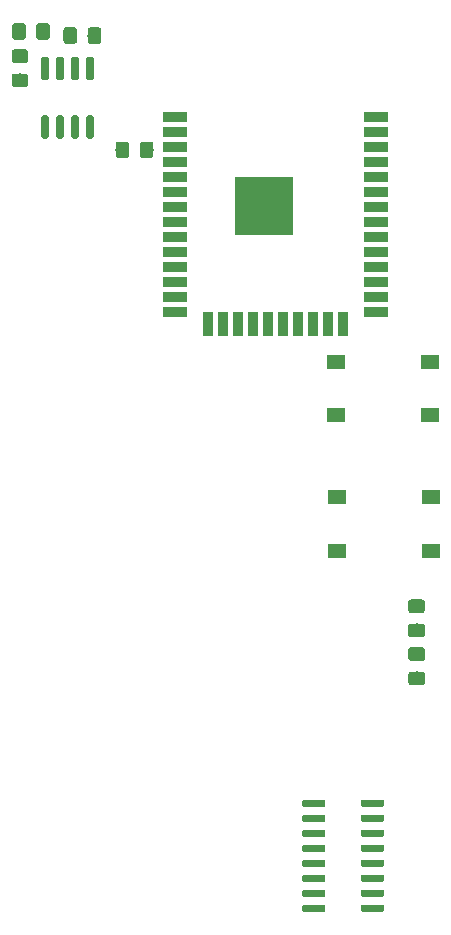
<source format=gbr>
G04 #@! TF.GenerationSoftware,KiCad,Pcbnew,(5.1.2-1)-1*
G04 #@! TF.CreationDate,2023-08-23T14:56:14-04:00*
G04 #@! TF.ProjectId,ESP32_AudioBoard_Rev2,45535033-325f-4417-9564-696f426f6172,rev?*
G04 #@! TF.SameCoordinates,Original*
G04 #@! TF.FileFunction,Paste,Top*
G04 #@! TF.FilePolarity,Positive*
%FSLAX46Y46*%
G04 Gerber Fmt 4.6, Leading zero omitted, Abs format (unit mm)*
G04 Created by KiCad (PCBNEW (5.1.2-1)-1) date 2023-08-23 14:56:14*
%MOMM*%
%LPD*%
G04 APERTURE LIST*
%ADD10C,0.150000*%
%ADD11C,0.600000*%
%ADD12C,1.150000*%
%ADD13R,1.550000X1.300000*%
%ADD14R,5.000000X5.000000*%
%ADD15R,2.000000X0.900000*%
%ADD16R,0.900000X2.000000*%
G04 APERTURE END LIST*
D10*
G36*
X18789703Y-34800722D02*
G01*
X18804264Y-34802882D01*
X18818543Y-34806459D01*
X18832403Y-34811418D01*
X18845710Y-34817712D01*
X18858336Y-34825280D01*
X18870159Y-34834048D01*
X18881066Y-34843934D01*
X18890952Y-34854841D01*
X18899720Y-34866664D01*
X18907288Y-34879290D01*
X18913582Y-34892597D01*
X18918541Y-34906457D01*
X18922118Y-34920736D01*
X18924278Y-34935297D01*
X18925000Y-34950000D01*
X18925000Y-36600000D01*
X18924278Y-36614703D01*
X18922118Y-36629264D01*
X18918541Y-36643543D01*
X18913582Y-36657403D01*
X18907288Y-36670710D01*
X18899720Y-36683336D01*
X18890952Y-36695159D01*
X18881066Y-36706066D01*
X18870159Y-36715952D01*
X18858336Y-36724720D01*
X18845710Y-36732288D01*
X18832403Y-36738582D01*
X18818543Y-36743541D01*
X18804264Y-36747118D01*
X18789703Y-36749278D01*
X18775000Y-36750000D01*
X18475000Y-36750000D01*
X18460297Y-36749278D01*
X18445736Y-36747118D01*
X18431457Y-36743541D01*
X18417597Y-36738582D01*
X18404290Y-36732288D01*
X18391664Y-36724720D01*
X18379841Y-36715952D01*
X18368934Y-36706066D01*
X18359048Y-36695159D01*
X18350280Y-36683336D01*
X18342712Y-36670710D01*
X18336418Y-36657403D01*
X18331459Y-36643543D01*
X18327882Y-36629264D01*
X18325722Y-36614703D01*
X18325000Y-36600000D01*
X18325000Y-34950000D01*
X18325722Y-34935297D01*
X18327882Y-34920736D01*
X18331459Y-34906457D01*
X18336418Y-34892597D01*
X18342712Y-34879290D01*
X18350280Y-34866664D01*
X18359048Y-34854841D01*
X18368934Y-34843934D01*
X18379841Y-34834048D01*
X18391664Y-34825280D01*
X18404290Y-34817712D01*
X18417597Y-34811418D01*
X18431457Y-34806459D01*
X18445736Y-34802882D01*
X18460297Y-34800722D01*
X18475000Y-34800000D01*
X18775000Y-34800000D01*
X18789703Y-34800722D01*
X18789703Y-34800722D01*
G37*
D11*
X18625000Y-35775000D03*
D10*
G36*
X20059703Y-34800722D02*
G01*
X20074264Y-34802882D01*
X20088543Y-34806459D01*
X20102403Y-34811418D01*
X20115710Y-34817712D01*
X20128336Y-34825280D01*
X20140159Y-34834048D01*
X20151066Y-34843934D01*
X20160952Y-34854841D01*
X20169720Y-34866664D01*
X20177288Y-34879290D01*
X20183582Y-34892597D01*
X20188541Y-34906457D01*
X20192118Y-34920736D01*
X20194278Y-34935297D01*
X20195000Y-34950000D01*
X20195000Y-36600000D01*
X20194278Y-36614703D01*
X20192118Y-36629264D01*
X20188541Y-36643543D01*
X20183582Y-36657403D01*
X20177288Y-36670710D01*
X20169720Y-36683336D01*
X20160952Y-36695159D01*
X20151066Y-36706066D01*
X20140159Y-36715952D01*
X20128336Y-36724720D01*
X20115710Y-36732288D01*
X20102403Y-36738582D01*
X20088543Y-36743541D01*
X20074264Y-36747118D01*
X20059703Y-36749278D01*
X20045000Y-36750000D01*
X19745000Y-36750000D01*
X19730297Y-36749278D01*
X19715736Y-36747118D01*
X19701457Y-36743541D01*
X19687597Y-36738582D01*
X19674290Y-36732288D01*
X19661664Y-36724720D01*
X19649841Y-36715952D01*
X19638934Y-36706066D01*
X19629048Y-36695159D01*
X19620280Y-36683336D01*
X19612712Y-36670710D01*
X19606418Y-36657403D01*
X19601459Y-36643543D01*
X19597882Y-36629264D01*
X19595722Y-36614703D01*
X19595000Y-36600000D01*
X19595000Y-34950000D01*
X19595722Y-34935297D01*
X19597882Y-34920736D01*
X19601459Y-34906457D01*
X19606418Y-34892597D01*
X19612712Y-34879290D01*
X19620280Y-34866664D01*
X19629048Y-34854841D01*
X19638934Y-34843934D01*
X19649841Y-34834048D01*
X19661664Y-34825280D01*
X19674290Y-34817712D01*
X19687597Y-34811418D01*
X19701457Y-34806459D01*
X19715736Y-34802882D01*
X19730297Y-34800722D01*
X19745000Y-34800000D01*
X20045000Y-34800000D01*
X20059703Y-34800722D01*
X20059703Y-34800722D01*
G37*
D11*
X19895000Y-35775000D03*
D10*
G36*
X21329703Y-34800722D02*
G01*
X21344264Y-34802882D01*
X21358543Y-34806459D01*
X21372403Y-34811418D01*
X21385710Y-34817712D01*
X21398336Y-34825280D01*
X21410159Y-34834048D01*
X21421066Y-34843934D01*
X21430952Y-34854841D01*
X21439720Y-34866664D01*
X21447288Y-34879290D01*
X21453582Y-34892597D01*
X21458541Y-34906457D01*
X21462118Y-34920736D01*
X21464278Y-34935297D01*
X21465000Y-34950000D01*
X21465000Y-36600000D01*
X21464278Y-36614703D01*
X21462118Y-36629264D01*
X21458541Y-36643543D01*
X21453582Y-36657403D01*
X21447288Y-36670710D01*
X21439720Y-36683336D01*
X21430952Y-36695159D01*
X21421066Y-36706066D01*
X21410159Y-36715952D01*
X21398336Y-36724720D01*
X21385710Y-36732288D01*
X21372403Y-36738582D01*
X21358543Y-36743541D01*
X21344264Y-36747118D01*
X21329703Y-36749278D01*
X21315000Y-36750000D01*
X21015000Y-36750000D01*
X21000297Y-36749278D01*
X20985736Y-36747118D01*
X20971457Y-36743541D01*
X20957597Y-36738582D01*
X20944290Y-36732288D01*
X20931664Y-36724720D01*
X20919841Y-36715952D01*
X20908934Y-36706066D01*
X20899048Y-36695159D01*
X20890280Y-36683336D01*
X20882712Y-36670710D01*
X20876418Y-36657403D01*
X20871459Y-36643543D01*
X20867882Y-36629264D01*
X20865722Y-36614703D01*
X20865000Y-36600000D01*
X20865000Y-34950000D01*
X20865722Y-34935297D01*
X20867882Y-34920736D01*
X20871459Y-34906457D01*
X20876418Y-34892597D01*
X20882712Y-34879290D01*
X20890280Y-34866664D01*
X20899048Y-34854841D01*
X20908934Y-34843934D01*
X20919841Y-34834048D01*
X20931664Y-34825280D01*
X20944290Y-34817712D01*
X20957597Y-34811418D01*
X20971457Y-34806459D01*
X20985736Y-34802882D01*
X21000297Y-34800722D01*
X21015000Y-34800000D01*
X21315000Y-34800000D01*
X21329703Y-34800722D01*
X21329703Y-34800722D01*
G37*
D11*
X21165000Y-35775000D03*
D10*
G36*
X22599703Y-34800722D02*
G01*
X22614264Y-34802882D01*
X22628543Y-34806459D01*
X22642403Y-34811418D01*
X22655710Y-34817712D01*
X22668336Y-34825280D01*
X22680159Y-34834048D01*
X22691066Y-34843934D01*
X22700952Y-34854841D01*
X22709720Y-34866664D01*
X22717288Y-34879290D01*
X22723582Y-34892597D01*
X22728541Y-34906457D01*
X22732118Y-34920736D01*
X22734278Y-34935297D01*
X22735000Y-34950000D01*
X22735000Y-36600000D01*
X22734278Y-36614703D01*
X22732118Y-36629264D01*
X22728541Y-36643543D01*
X22723582Y-36657403D01*
X22717288Y-36670710D01*
X22709720Y-36683336D01*
X22700952Y-36695159D01*
X22691066Y-36706066D01*
X22680159Y-36715952D01*
X22668336Y-36724720D01*
X22655710Y-36732288D01*
X22642403Y-36738582D01*
X22628543Y-36743541D01*
X22614264Y-36747118D01*
X22599703Y-36749278D01*
X22585000Y-36750000D01*
X22285000Y-36750000D01*
X22270297Y-36749278D01*
X22255736Y-36747118D01*
X22241457Y-36743541D01*
X22227597Y-36738582D01*
X22214290Y-36732288D01*
X22201664Y-36724720D01*
X22189841Y-36715952D01*
X22178934Y-36706066D01*
X22169048Y-36695159D01*
X22160280Y-36683336D01*
X22152712Y-36670710D01*
X22146418Y-36657403D01*
X22141459Y-36643543D01*
X22137882Y-36629264D01*
X22135722Y-36614703D01*
X22135000Y-36600000D01*
X22135000Y-34950000D01*
X22135722Y-34935297D01*
X22137882Y-34920736D01*
X22141459Y-34906457D01*
X22146418Y-34892597D01*
X22152712Y-34879290D01*
X22160280Y-34866664D01*
X22169048Y-34854841D01*
X22178934Y-34843934D01*
X22189841Y-34834048D01*
X22201664Y-34825280D01*
X22214290Y-34817712D01*
X22227597Y-34811418D01*
X22241457Y-34806459D01*
X22255736Y-34802882D01*
X22270297Y-34800722D01*
X22285000Y-34800000D01*
X22585000Y-34800000D01*
X22599703Y-34800722D01*
X22599703Y-34800722D01*
G37*
D11*
X22435000Y-35775000D03*
D10*
G36*
X22599703Y-39750722D02*
G01*
X22614264Y-39752882D01*
X22628543Y-39756459D01*
X22642403Y-39761418D01*
X22655710Y-39767712D01*
X22668336Y-39775280D01*
X22680159Y-39784048D01*
X22691066Y-39793934D01*
X22700952Y-39804841D01*
X22709720Y-39816664D01*
X22717288Y-39829290D01*
X22723582Y-39842597D01*
X22728541Y-39856457D01*
X22732118Y-39870736D01*
X22734278Y-39885297D01*
X22735000Y-39900000D01*
X22735000Y-41550000D01*
X22734278Y-41564703D01*
X22732118Y-41579264D01*
X22728541Y-41593543D01*
X22723582Y-41607403D01*
X22717288Y-41620710D01*
X22709720Y-41633336D01*
X22700952Y-41645159D01*
X22691066Y-41656066D01*
X22680159Y-41665952D01*
X22668336Y-41674720D01*
X22655710Y-41682288D01*
X22642403Y-41688582D01*
X22628543Y-41693541D01*
X22614264Y-41697118D01*
X22599703Y-41699278D01*
X22585000Y-41700000D01*
X22285000Y-41700000D01*
X22270297Y-41699278D01*
X22255736Y-41697118D01*
X22241457Y-41693541D01*
X22227597Y-41688582D01*
X22214290Y-41682288D01*
X22201664Y-41674720D01*
X22189841Y-41665952D01*
X22178934Y-41656066D01*
X22169048Y-41645159D01*
X22160280Y-41633336D01*
X22152712Y-41620710D01*
X22146418Y-41607403D01*
X22141459Y-41593543D01*
X22137882Y-41579264D01*
X22135722Y-41564703D01*
X22135000Y-41550000D01*
X22135000Y-39900000D01*
X22135722Y-39885297D01*
X22137882Y-39870736D01*
X22141459Y-39856457D01*
X22146418Y-39842597D01*
X22152712Y-39829290D01*
X22160280Y-39816664D01*
X22169048Y-39804841D01*
X22178934Y-39793934D01*
X22189841Y-39784048D01*
X22201664Y-39775280D01*
X22214290Y-39767712D01*
X22227597Y-39761418D01*
X22241457Y-39756459D01*
X22255736Y-39752882D01*
X22270297Y-39750722D01*
X22285000Y-39750000D01*
X22585000Y-39750000D01*
X22599703Y-39750722D01*
X22599703Y-39750722D01*
G37*
D11*
X22435000Y-40725000D03*
D10*
G36*
X21329703Y-39750722D02*
G01*
X21344264Y-39752882D01*
X21358543Y-39756459D01*
X21372403Y-39761418D01*
X21385710Y-39767712D01*
X21398336Y-39775280D01*
X21410159Y-39784048D01*
X21421066Y-39793934D01*
X21430952Y-39804841D01*
X21439720Y-39816664D01*
X21447288Y-39829290D01*
X21453582Y-39842597D01*
X21458541Y-39856457D01*
X21462118Y-39870736D01*
X21464278Y-39885297D01*
X21465000Y-39900000D01*
X21465000Y-41550000D01*
X21464278Y-41564703D01*
X21462118Y-41579264D01*
X21458541Y-41593543D01*
X21453582Y-41607403D01*
X21447288Y-41620710D01*
X21439720Y-41633336D01*
X21430952Y-41645159D01*
X21421066Y-41656066D01*
X21410159Y-41665952D01*
X21398336Y-41674720D01*
X21385710Y-41682288D01*
X21372403Y-41688582D01*
X21358543Y-41693541D01*
X21344264Y-41697118D01*
X21329703Y-41699278D01*
X21315000Y-41700000D01*
X21015000Y-41700000D01*
X21000297Y-41699278D01*
X20985736Y-41697118D01*
X20971457Y-41693541D01*
X20957597Y-41688582D01*
X20944290Y-41682288D01*
X20931664Y-41674720D01*
X20919841Y-41665952D01*
X20908934Y-41656066D01*
X20899048Y-41645159D01*
X20890280Y-41633336D01*
X20882712Y-41620710D01*
X20876418Y-41607403D01*
X20871459Y-41593543D01*
X20867882Y-41579264D01*
X20865722Y-41564703D01*
X20865000Y-41550000D01*
X20865000Y-39900000D01*
X20865722Y-39885297D01*
X20867882Y-39870736D01*
X20871459Y-39856457D01*
X20876418Y-39842597D01*
X20882712Y-39829290D01*
X20890280Y-39816664D01*
X20899048Y-39804841D01*
X20908934Y-39793934D01*
X20919841Y-39784048D01*
X20931664Y-39775280D01*
X20944290Y-39767712D01*
X20957597Y-39761418D01*
X20971457Y-39756459D01*
X20985736Y-39752882D01*
X21000297Y-39750722D01*
X21015000Y-39750000D01*
X21315000Y-39750000D01*
X21329703Y-39750722D01*
X21329703Y-39750722D01*
G37*
D11*
X21165000Y-40725000D03*
D10*
G36*
X20059703Y-39750722D02*
G01*
X20074264Y-39752882D01*
X20088543Y-39756459D01*
X20102403Y-39761418D01*
X20115710Y-39767712D01*
X20128336Y-39775280D01*
X20140159Y-39784048D01*
X20151066Y-39793934D01*
X20160952Y-39804841D01*
X20169720Y-39816664D01*
X20177288Y-39829290D01*
X20183582Y-39842597D01*
X20188541Y-39856457D01*
X20192118Y-39870736D01*
X20194278Y-39885297D01*
X20195000Y-39900000D01*
X20195000Y-41550000D01*
X20194278Y-41564703D01*
X20192118Y-41579264D01*
X20188541Y-41593543D01*
X20183582Y-41607403D01*
X20177288Y-41620710D01*
X20169720Y-41633336D01*
X20160952Y-41645159D01*
X20151066Y-41656066D01*
X20140159Y-41665952D01*
X20128336Y-41674720D01*
X20115710Y-41682288D01*
X20102403Y-41688582D01*
X20088543Y-41693541D01*
X20074264Y-41697118D01*
X20059703Y-41699278D01*
X20045000Y-41700000D01*
X19745000Y-41700000D01*
X19730297Y-41699278D01*
X19715736Y-41697118D01*
X19701457Y-41693541D01*
X19687597Y-41688582D01*
X19674290Y-41682288D01*
X19661664Y-41674720D01*
X19649841Y-41665952D01*
X19638934Y-41656066D01*
X19629048Y-41645159D01*
X19620280Y-41633336D01*
X19612712Y-41620710D01*
X19606418Y-41607403D01*
X19601459Y-41593543D01*
X19597882Y-41579264D01*
X19595722Y-41564703D01*
X19595000Y-41550000D01*
X19595000Y-39900000D01*
X19595722Y-39885297D01*
X19597882Y-39870736D01*
X19601459Y-39856457D01*
X19606418Y-39842597D01*
X19612712Y-39829290D01*
X19620280Y-39816664D01*
X19629048Y-39804841D01*
X19638934Y-39793934D01*
X19649841Y-39784048D01*
X19661664Y-39775280D01*
X19674290Y-39767712D01*
X19687597Y-39761418D01*
X19701457Y-39756459D01*
X19715736Y-39752882D01*
X19730297Y-39750722D01*
X19745000Y-39750000D01*
X20045000Y-39750000D01*
X20059703Y-39750722D01*
X20059703Y-39750722D01*
G37*
D11*
X19895000Y-40725000D03*
D10*
G36*
X18789703Y-39750722D02*
G01*
X18804264Y-39752882D01*
X18818543Y-39756459D01*
X18832403Y-39761418D01*
X18845710Y-39767712D01*
X18858336Y-39775280D01*
X18870159Y-39784048D01*
X18881066Y-39793934D01*
X18890952Y-39804841D01*
X18899720Y-39816664D01*
X18907288Y-39829290D01*
X18913582Y-39842597D01*
X18918541Y-39856457D01*
X18922118Y-39870736D01*
X18924278Y-39885297D01*
X18925000Y-39900000D01*
X18925000Y-41550000D01*
X18924278Y-41564703D01*
X18922118Y-41579264D01*
X18918541Y-41593543D01*
X18913582Y-41607403D01*
X18907288Y-41620710D01*
X18899720Y-41633336D01*
X18890952Y-41645159D01*
X18881066Y-41656066D01*
X18870159Y-41665952D01*
X18858336Y-41674720D01*
X18845710Y-41682288D01*
X18832403Y-41688582D01*
X18818543Y-41693541D01*
X18804264Y-41697118D01*
X18789703Y-41699278D01*
X18775000Y-41700000D01*
X18475000Y-41700000D01*
X18460297Y-41699278D01*
X18445736Y-41697118D01*
X18431457Y-41693541D01*
X18417597Y-41688582D01*
X18404290Y-41682288D01*
X18391664Y-41674720D01*
X18379841Y-41665952D01*
X18368934Y-41656066D01*
X18359048Y-41645159D01*
X18350280Y-41633336D01*
X18342712Y-41620710D01*
X18336418Y-41607403D01*
X18331459Y-41593543D01*
X18327882Y-41579264D01*
X18325722Y-41564703D01*
X18325000Y-41550000D01*
X18325000Y-39900000D01*
X18325722Y-39885297D01*
X18327882Y-39870736D01*
X18331459Y-39856457D01*
X18336418Y-39842597D01*
X18342712Y-39829290D01*
X18350280Y-39816664D01*
X18359048Y-39804841D01*
X18368934Y-39793934D01*
X18379841Y-39784048D01*
X18391664Y-39775280D01*
X18404290Y-39767712D01*
X18417597Y-39761418D01*
X18431457Y-39756459D01*
X18445736Y-39752882D01*
X18460297Y-39750722D01*
X18475000Y-39750000D01*
X18775000Y-39750000D01*
X18789703Y-39750722D01*
X18789703Y-39750722D01*
G37*
D11*
X18625000Y-40725000D03*
D10*
G36*
X16974505Y-34151204D02*
G01*
X16998773Y-34154804D01*
X17022572Y-34160765D01*
X17045671Y-34169030D01*
X17067850Y-34179520D01*
X17088893Y-34192132D01*
X17108599Y-34206747D01*
X17126777Y-34223223D01*
X17143253Y-34241401D01*
X17157868Y-34261107D01*
X17170480Y-34282150D01*
X17180970Y-34304329D01*
X17189235Y-34327428D01*
X17195196Y-34351227D01*
X17198796Y-34375495D01*
X17200000Y-34399999D01*
X17200000Y-35050001D01*
X17198796Y-35074505D01*
X17195196Y-35098773D01*
X17189235Y-35122572D01*
X17180970Y-35145671D01*
X17170480Y-35167850D01*
X17157868Y-35188893D01*
X17143253Y-35208599D01*
X17126777Y-35226777D01*
X17108599Y-35243253D01*
X17088893Y-35257868D01*
X17067850Y-35270480D01*
X17045671Y-35280970D01*
X17022572Y-35289235D01*
X16998773Y-35295196D01*
X16974505Y-35298796D01*
X16950001Y-35300000D01*
X16049999Y-35300000D01*
X16025495Y-35298796D01*
X16001227Y-35295196D01*
X15977428Y-35289235D01*
X15954329Y-35280970D01*
X15932150Y-35270480D01*
X15911107Y-35257868D01*
X15891401Y-35243253D01*
X15873223Y-35226777D01*
X15856747Y-35208599D01*
X15842132Y-35188893D01*
X15829520Y-35167850D01*
X15819030Y-35145671D01*
X15810765Y-35122572D01*
X15804804Y-35098773D01*
X15801204Y-35074505D01*
X15800000Y-35050001D01*
X15800000Y-34399999D01*
X15801204Y-34375495D01*
X15804804Y-34351227D01*
X15810765Y-34327428D01*
X15819030Y-34304329D01*
X15829520Y-34282150D01*
X15842132Y-34261107D01*
X15856747Y-34241401D01*
X15873223Y-34223223D01*
X15891401Y-34206747D01*
X15911107Y-34192132D01*
X15932150Y-34179520D01*
X15954329Y-34169030D01*
X15977428Y-34160765D01*
X16001227Y-34154804D01*
X16025495Y-34151204D01*
X16049999Y-34150000D01*
X16950001Y-34150000D01*
X16974505Y-34151204D01*
X16974505Y-34151204D01*
G37*
D12*
X16500000Y-34725000D03*
D10*
G36*
X16974505Y-36201204D02*
G01*
X16998773Y-36204804D01*
X17022572Y-36210765D01*
X17045671Y-36219030D01*
X17067850Y-36229520D01*
X17088893Y-36242132D01*
X17108599Y-36256747D01*
X17126777Y-36273223D01*
X17143253Y-36291401D01*
X17157868Y-36311107D01*
X17170480Y-36332150D01*
X17180970Y-36354329D01*
X17189235Y-36377428D01*
X17195196Y-36401227D01*
X17198796Y-36425495D01*
X17200000Y-36449999D01*
X17200000Y-37100001D01*
X17198796Y-37124505D01*
X17195196Y-37148773D01*
X17189235Y-37172572D01*
X17180970Y-37195671D01*
X17170480Y-37217850D01*
X17157868Y-37238893D01*
X17143253Y-37258599D01*
X17126777Y-37276777D01*
X17108599Y-37293253D01*
X17088893Y-37307868D01*
X17067850Y-37320480D01*
X17045671Y-37330970D01*
X17022572Y-37339235D01*
X16998773Y-37345196D01*
X16974505Y-37348796D01*
X16950001Y-37350000D01*
X16049999Y-37350000D01*
X16025495Y-37348796D01*
X16001227Y-37345196D01*
X15977428Y-37339235D01*
X15954329Y-37330970D01*
X15932150Y-37320480D01*
X15911107Y-37307868D01*
X15891401Y-37293253D01*
X15873223Y-37276777D01*
X15856747Y-37258599D01*
X15842132Y-37238893D01*
X15829520Y-37217850D01*
X15819030Y-37195671D01*
X15810765Y-37172572D01*
X15804804Y-37148773D01*
X15801204Y-37124505D01*
X15800000Y-37100001D01*
X15800000Y-36449999D01*
X15801204Y-36425495D01*
X15804804Y-36401227D01*
X15810765Y-36377428D01*
X15819030Y-36354329D01*
X15829520Y-36332150D01*
X15842132Y-36311107D01*
X15856747Y-36291401D01*
X15873223Y-36273223D01*
X15891401Y-36256747D01*
X15911107Y-36242132D01*
X15932150Y-36229520D01*
X15954329Y-36219030D01*
X15977428Y-36210765D01*
X16001227Y-36204804D01*
X16025495Y-36201204D01*
X16049999Y-36200000D01*
X16950001Y-36200000D01*
X16974505Y-36201204D01*
X16974505Y-36201204D01*
G37*
D12*
X16500000Y-36775000D03*
D10*
G36*
X23164505Y-32281204D02*
G01*
X23188773Y-32284804D01*
X23212572Y-32290765D01*
X23235671Y-32299030D01*
X23257850Y-32309520D01*
X23278893Y-32322132D01*
X23298599Y-32336747D01*
X23316777Y-32353223D01*
X23333253Y-32371401D01*
X23347868Y-32391107D01*
X23360480Y-32412150D01*
X23370970Y-32434329D01*
X23379235Y-32457428D01*
X23385196Y-32481227D01*
X23388796Y-32505495D01*
X23390000Y-32529999D01*
X23390000Y-33430001D01*
X23388796Y-33454505D01*
X23385196Y-33478773D01*
X23379235Y-33502572D01*
X23370970Y-33525671D01*
X23360480Y-33547850D01*
X23347868Y-33568893D01*
X23333253Y-33588599D01*
X23316777Y-33606777D01*
X23298599Y-33623253D01*
X23278893Y-33637868D01*
X23257850Y-33650480D01*
X23235671Y-33660970D01*
X23212572Y-33669235D01*
X23188773Y-33675196D01*
X23164505Y-33678796D01*
X23140001Y-33680000D01*
X22489999Y-33680000D01*
X22465495Y-33678796D01*
X22441227Y-33675196D01*
X22417428Y-33669235D01*
X22394329Y-33660970D01*
X22372150Y-33650480D01*
X22351107Y-33637868D01*
X22331401Y-33623253D01*
X22313223Y-33606777D01*
X22296747Y-33588599D01*
X22282132Y-33568893D01*
X22269520Y-33547850D01*
X22259030Y-33525671D01*
X22250765Y-33502572D01*
X22244804Y-33478773D01*
X22241204Y-33454505D01*
X22240000Y-33430001D01*
X22240000Y-32529999D01*
X22241204Y-32505495D01*
X22244804Y-32481227D01*
X22250765Y-32457428D01*
X22259030Y-32434329D01*
X22269520Y-32412150D01*
X22282132Y-32391107D01*
X22296747Y-32371401D01*
X22313223Y-32353223D01*
X22331401Y-32336747D01*
X22351107Y-32322132D01*
X22372150Y-32309520D01*
X22394329Y-32299030D01*
X22417428Y-32290765D01*
X22441227Y-32284804D01*
X22465495Y-32281204D01*
X22489999Y-32280000D01*
X23140001Y-32280000D01*
X23164505Y-32281204D01*
X23164505Y-32281204D01*
G37*
D12*
X22815000Y-32980000D03*
D10*
G36*
X21114505Y-32281204D02*
G01*
X21138773Y-32284804D01*
X21162572Y-32290765D01*
X21185671Y-32299030D01*
X21207850Y-32309520D01*
X21228893Y-32322132D01*
X21248599Y-32336747D01*
X21266777Y-32353223D01*
X21283253Y-32371401D01*
X21297868Y-32391107D01*
X21310480Y-32412150D01*
X21320970Y-32434329D01*
X21329235Y-32457428D01*
X21335196Y-32481227D01*
X21338796Y-32505495D01*
X21340000Y-32529999D01*
X21340000Y-33430001D01*
X21338796Y-33454505D01*
X21335196Y-33478773D01*
X21329235Y-33502572D01*
X21320970Y-33525671D01*
X21310480Y-33547850D01*
X21297868Y-33568893D01*
X21283253Y-33588599D01*
X21266777Y-33606777D01*
X21248599Y-33623253D01*
X21228893Y-33637868D01*
X21207850Y-33650480D01*
X21185671Y-33660970D01*
X21162572Y-33669235D01*
X21138773Y-33675196D01*
X21114505Y-33678796D01*
X21090001Y-33680000D01*
X20439999Y-33680000D01*
X20415495Y-33678796D01*
X20391227Y-33675196D01*
X20367428Y-33669235D01*
X20344329Y-33660970D01*
X20322150Y-33650480D01*
X20301107Y-33637868D01*
X20281401Y-33623253D01*
X20263223Y-33606777D01*
X20246747Y-33588599D01*
X20232132Y-33568893D01*
X20219520Y-33547850D01*
X20209030Y-33525671D01*
X20200765Y-33502572D01*
X20194804Y-33478773D01*
X20191204Y-33454505D01*
X20190000Y-33430001D01*
X20190000Y-32529999D01*
X20191204Y-32505495D01*
X20194804Y-32481227D01*
X20200765Y-32457428D01*
X20209030Y-32434329D01*
X20219520Y-32412150D01*
X20232132Y-32391107D01*
X20246747Y-32371401D01*
X20263223Y-32353223D01*
X20281401Y-32336747D01*
X20301107Y-32322132D01*
X20322150Y-32309520D01*
X20344329Y-32299030D01*
X20367428Y-32290765D01*
X20391227Y-32284804D01*
X20415495Y-32281204D01*
X20439999Y-32280000D01*
X21090001Y-32280000D01*
X21114505Y-32281204D01*
X21114505Y-32281204D01*
G37*
D12*
X20765000Y-32980000D03*
D10*
G36*
X18814505Y-31931204D02*
G01*
X18838773Y-31934804D01*
X18862572Y-31940765D01*
X18885671Y-31949030D01*
X18907850Y-31959520D01*
X18928893Y-31972132D01*
X18948599Y-31986747D01*
X18966777Y-32003223D01*
X18983253Y-32021401D01*
X18997868Y-32041107D01*
X19010480Y-32062150D01*
X19020970Y-32084329D01*
X19029235Y-32107428D01*
X19035196Y-32131227D01*
X19038796Y-32155495D01*
X19040000Y-32179999D01*
X19040000Y-33080001D01*
X19038796Y-33104505D01*
X19035196Y-33128773D01*
X19029235Y-33152572D01*
X19020970Y-33175671D01*
X19010480Y-33197850D01*
X18997868Y-33218893D01*
X18983253Y-33238599D01*
X18966777Y-33256777D01*
X18948599Y-33273253D01*
X18928893Y-33287868D01*
X18907850Y-33300480D01*
X18885671Y-33310970D01*
X18862572Y-33319235D01*
X18838773Y-33325196D01*
X18814505Y-33328796D01*
X18790001Y-33330000D01*
X18139999Y-33330000D01*
X18115495Y-33328796D01*
X18091227Y-33325196D01*
X18067428Y-33319235D01*
X18044329Y-33310970D01*
X18022150Y-33300480D01*
X18001107Y-33287868D01*
X17981401Y-33273253D01*
X17963223Y-33256777D01*
X17946747Y-33238599D01*
X17932132Y-33218893D01*
X17919520Y-33197850D01*
X17909030Y-33175671D01*
X17900765Y-33152572D01*
X17894804Y-33128773D01*
X17891204Y-33104505D01*
X17890000Y-33080001D01*
X17890000Y-32179999D01*
X17891204Y-32155495D01*
X17894804Y-32131227D01*
X17900765Y-32107428D01*
X17909030Y-32084329D01*
X17919520Y-32062150D01*
X17932132Y-32041107D01*
X17946747Y-32021401D01*
X17963223Y-32003223D01*
X17981401Y-31986747D01*
X18001107Y-31972132D01*
X18022150Y-31959520D01*
X18044329Y-31949030D01*
X18067428Y-31940765D01*
X18091227Y-31934804D01*
X18115495Y-31931204D01*
X18139999Y-31930000D01*
X18790001Y-31930000D01*
X18814505Y-31931204D01*
X18814505Y-31931204D01*
G37*
D12*
X18465000Y-32630000D03*
D10*
G36*
X16764505Y-31931204D02*
G01*
X16788773Y-31934804D01*
X16812572Y-31940765D01*
X16835671Y-31949030D01*
X16857850Y-31959520D01*
X16878893Y-31972132D01*
X16898599Y-31986747D01*
X16916777Y-32003223D01*
X16933253Y-32021401D01*
X16947868Y-32041107D01*
X16960480Y-32062150D01*
X16970970Y-32084329D01*
X16979235Y-32107428D01*
X16985196Y-32131227D01*
X16988796Y-32155495D01*
X16990000Y-32179999D01*
X16990000Y-33080001D01*
X16988796Y-33104505D01*
X16985196Y-33128773D01*
X16979235Y-33152572D01*
X16970970Y-33175671D01*
X16960480Y-33197850D01*
X16947868Y-33218893D01*
X16933253Y-33238599D01*
X16916777Y-33256777D01*
X16898599Y-33273253D01*
X16878893Y-33287868D01*
X16857850Y-33300480D01*
X16835671Y-33310970D01*
X16812572Y-33319235D01*
X16788773Y-33325196D01*
X16764505Y-33328796D01*
X16740001Y-33330000D01*
X16089999Y-33330000D01*
X16065495Y-33328796D01*
X16041227Y-33325196D01*
X16017428Y-33319235D01*
X15994329Y-33310970D01*
X15972150Y-33300480D01*
X15951107Y-33287868D01*
X15931401Y-33273253D01*
X15913223Y-33256777D01*
X15896747Y-33238599D01*
X15882132Y-33218893D01*
X15869520Y-33197850D01*
X15859030Y-33175671D01*
X15850765Y-33152572D01*
X15844804Y-33128773D01*
X15841204Y-33104505D01*
X15840000Y-33080001D01*
X15840000Y-32179999D01*
X15841204Y-32155495D01*
X15844804Y-32131227D01*
X15850765Y-32107428D01*
X15859030Y-32084329D01*
X15869520Y-32062150D01*
X15882132Y-32041107D01*
X15896747Y-32021401D01*
X15913223Y-32003223D01*
X15931401Y-31986747D01*
X15951107Y-31972132D01*
X15972150Y-31959520D01*
X15994329Y-31949030D01*
X16017428Y-31940765D01*
X16041227Y-31934804D01*
X16065495Y-31931204D01*
X16089999Y-31930000D01*
X16740001Y-31930000D01*
X16764505Y-31931204D01*
X16764505Y-31931204D01*
G37*
D12*
X16415000Y-32630000D03*
D10*
G36*
X42234703Y-106575722D02*
G01*
X42249264Y-106577882D01*
X42263543Y-106581459D01*
X42277403Y-106586418D01*
X42290710Y-106592712D01*
X42303336Y-106600280D01*
X42315159Y-106609048D01*
X42326066Y-106618934D01*
X42335952Y-106629841D01*
X42344720Y-106641664D01*
X42352288Y-106654290D01*
X42358582Y-106667597D01*
X42363541Y-106681457D01*
X42367118Y-106695736D01*
X42369278Y-106710297D01*
X42370000Y-106725000D01*
X42370000Y-107025000D01*
X42369278Y-107039703D01*
X42367118Y-107054264D01*
X42363541Y-107068543D01*
X42358582Y-107082403D01*
X42352288Y-107095710D01*
X42344720Y-107108336D01*
X42335952Y-107120159D01*
X42326066Y-107131066D01*
X42315159Y-107140952D01*
X42303336Y-107149720D01*
X42290710Y-107157288D01*
X42277403Y-107163582D01*
X42263543Y-107168541D01*
X42249264Y-107172118D01*
X42234703Y-107174278D01*
X42220000Y-107175000D01*
X40570000Y-107175000D01*
X40555297Y-107174278D01*
X40540736Y-107172118D01*
X40526457Y-107168541D01*
X40512597Y-107163582D01*
X40499290Y-107157288D01*
X40486664Y-107149720D01*
X40474841Y-107140952D01*
X40463934Y-107131066D01*
X40454048Y-107120159D01*
X40445280Y-107108336D01*
X40437712Y-107095710D01*
X40431418Y-107082403D01*
X40426459Y-107068543D01*
X40422882Y-107054264D01*
X40420722Y-107039703D01*
X40420000Y-107025000D01*
X40420000Y-106725000D01*
X40420722Y-106710297D01*
X40422882Y-106695736D01*
X40426459Y-106681457D01*
X40431418Y-106667597D01*
X40437712Y-106654290D01*
X40445280Y-106641664D01*
X40454048Y-106629841D01*
X40463934Y-106618934D01*
X40474841Y-106609048D01*
X40486664Y-106600280D01*
X40499290Y-106592712D01*
X40512597Y-106586418D01*
X40526457Y-106581459D01*
X40540736Y-106577882D01*
X40555297Y-106575722D01*
X40570000Y-106575000D01*
X42220000Y-106575000D01*
X42234703Y-106575722D01*
X42234703Y-106575722D01*
G37*
D11*
X41395000Y-106875000D03*
D10*
G36*
X42234703Y-105305722D02*
G01*
X42249264Y-105307882D01*
X42263543Y-105311459D01*
X42277403Y-105316418D01*
X42290710Y-105322712D01*
X42303336Y-105330280D01*
X42315159Y-105339048D01*
X42326066Y-105348934D01*
X42335952Y-105359841D01*
X42344720Y-105371664D01*
X42352288Y-105384290D01*
X42358582Y-105397597D01*
X42363541Y-105411457D01*
X42367118Y-105425736D01*
X42369278Y-105440297D01*
X42370000Y-105455000D01*
X42370000Y-105755000D01*
X42369278Y-105769703D01*
X42367118Y-105784264D01*
X42363541Y-105798543D01*
X42358582Y-105812403D01*
X42352288Y-105825710D01*
X42344720Y-105838336D01*
X42335952Y-105850159D01*
X42326066Y-105861066D01*
X42315159Y-105870952D01*
X42303336Y-105879720D01*
X42290710Y-105887288D01*
X42277403Y-105893582D01*
X42263543Y-105898541D01*
X42249264Y-105902118D01*
X42234703Y-105904278D01*
X42220000Y-105905000D01*
X40570000Y-105905000D01*
X40555297Y-105904278D01*
X40540736Y-105902118D01*
X40526457Y-105898541D01*
X40512597Y-105893582D01*
X40499290Y-105887288D01*
X40486664Y-105879720D01*
X40474841Y-105870952D01*
X40463934Y-105861066D01*
X40454048Y-105850159D01*
X40445280Y-105838336D01*
X40437712Y-105825710D01*
X40431418Y-105812403D01*
X40426459Y-105798543D01*
X40422882Y-105784264D01*
X40420722Y-105769703D01*
X40420000Y-105755000D01*
X40420000Y-105455000D01*
X40420722Y-105440297D01*
X40422882Y-105425736D01*
X40426459Y-105411457D01*
X40431418Y-105397597D01*
X40437712Y-105384290D01*
X40445280Y-105371664D01*
X40454048Y-105359841D01*
X40463934Y-105348934D01*
X40474841Y-105339048D01*
X40486664Y-105330280D01*
X40499290Y-105322712D01*
X40512597Y-105316418D01*
X40526457Y-105311459D01*
X40540736Y-105307882D01*
X40555297Y-105305722D01*
X40570000Y-105305000D01*
X42220000Y-105305000D01*
X42234703Y-105305722D01*
X42234703Y-105305722D01*
G37*
D11*
X41395000Y-105605000D03*
D10*
G36*
X42234703Y-104035722D02*
G01*
X42249264Y-104037882D01*
X42263543Y-104041459D01*
X42277403Y-104046418D01*
X42290710Y-104052712D01*
X42303336Y-104060280D01*
X42315159Y-104069048D01*
X42326066Y-104078934D01*
X42335952Y-104089841D01*
X42344720Y-104101664D01*
X42352288Y-104114290D01*
X42358582Y-104127597D01*
X42363541Y-104141457D01*
X42367118Y-104155736D01*
X42369278Y-104170297D01*
X42370000Y-104185000D01*
X42370000Y-104485000D01*
X42369278Y-104499703D01*
X42367118Y-104514264D01*
X42363541Y-104528543D01*
X42358582Y-104542403D01*
X42352288Y-104555710D01*
X42344720Y-104568336D01*
X42335952Y-104580159D01*
X42326066Y-104591066D01*
X42315159Y-104600952D01*
X42303336Y-104609720D01*
X42290710Y-104617288D01*
X42277403Y-104623582D01*
X42263543Y-104628541D01*
X42249264Y-104632118D01*
X42234703Y-104634278D01*
X42220000Y-104635000D01*
X40570000Y-104635000D01*
X40555297Y-104634278D01*
X40540736Y-104632118D01*
X40526457Y-104628541D01*
X40512597Y-104623582D01*
X40499290Y-104617288D01*
X40486664Y-104609720D01*
X40474841Y-104600952D01*
X40463934Y-104591066D01*
X40454048Y-104580159D01*
X40445280Y-104568336D01*
X40437712Y-104555710D01*
X40431418Y-104542403D01*
X40426459Y-104528543D01*
X40422882Y-104514264D01*
X40420722Y-104499703D01*
X40420000Y-104485000D01*
X40420000Y-104185000D01*
X40420722Y-104170297D01*
X40422882Y-104155736D01*
X40426459Y-104141457D01*
X40431418Y-104127597D01*
X40437712Y-104114290D01*
X40445280Y-104101664D01*
X40454048Y-104089841D01*
X40463934Y-104078934D01*
X40474841Y-104069048D01*
X40486664Y-104060280D01*
X40499290Y-104052712D01*
X40512597Y-104046418D01*
X40526457Y-104041459D01*
X40540736Y-104037882D01*
X40555297Y-104035722D01*
X40570000Y-104035000D01*
X42220000Y-104035000D01*
X42234703Y-104035722D01*
X42234703Y-104035722D01*
G37*
D11*
X41395000Y-104335000D03*
D10*
G36*
X42234703Y-102765722D02*
G01*
X42249264Y-102767882D01*
X42263543Y-102771459D01*
X42277403Y-102776418D01*
X42290710Y-102782712D01*
X42303336Y-102790280D01*
X42315159Y-102799048D01*
X42326066Y-102808934D01*
X42335952Y-102819841D01*
X42344720Y-102831664D01*
X42352288Y-102844290D01*
X42358582Y-102857597D01*
X42363541Y-102871457D01*
X42367118Y-102885736D01*
X42369278Y-102900297D01*
X42370000Y-102915000D01*
X42370000Y-103215000D01*
X42369278Y-103229703D01*
X42367118Y-103244264D01*
X42363541Y-103258543D01*
X42358582Y-103272403D01*
X42352288Y-103285710D01*
X42344720Y-103298336D01*
X42335952Y-103310159D01*
X42326066Y-103321066D01*
X42315159Y-103330952D01*
X42303336Y-103339720D01*
X42290710Y-103347288D01*
X42277403Y-103353582D01*
X42263543Y-103358541D01*
X42249264Y-103362118D01*
X42234703Y-103364278D01*
X42220000Y-103365000D01*
X40570000Y-103365000D01*
X40555297Y-103364278D01*
X40540736Y-103362118D01*
X40526457Y-103358541D01*
X40512597Y-103353582D01*
X40499290Y-103347288D01*
X40486664Y-103339720D01*
X40474841Y-103330952D01*
X40463934Y-103321066D01*
X40454048Y-103310159D01*
X40445280Y-103298336D01*
X40437712Y-103285710D01*
X40431418Y-103272403D01*
X40426459Y-103258543D01*
X40422882Y-103244264D01*
X40420722Y-103229703D01*
X40420000Y-103215000D01*
X40420000Y-102915000D01*
X40420722Y-102900297D01*
X40422882Y-102885736D01*
X40426459Y-102871457D01*
X40431418Y-102857597D01*
X40437712Y-102844290D01*
X40445280Y-102831664D01*
X40454048Y-102819841D01*
X40463934Y-102808934D01*
X40474841Y-102799048D01*
X40486664Y-102790280D01*
X40499290Y-102782712D01*
X40512597Y-102776418D01*
X40526457Y-102771459D01*
X40540736Y-102767882D01*
X40555297Y-102765722D01*
X40570000Y-102765000D01*
X42220000Y-102765000D01*
X42234703Y-102765722D01*
X42234703Y-102765722D01*
G37*
D11*
X41395000Y-103065000D03*
D10*
G36*
X42234703Y-101495722D02*
G01*
X42249264Y-101497882D01*
X42263543Y-101501459D01*
X42277403Y-101506418D01*
X42290710Y-101512712D01*
X42303336Y-101520280D01*
X42315159Y-101529048D01*
X42326066Y-101538934D01*
X42335952Y-101549841D01*
X42344720Y-101561664D01*
X42352288Y-101574290D01*
X42358582Y-101587597D01*
X42363541Y-101601457D01*
X42367118Y-101615736D01*
X42369278Y-101630297D01*
X42370000Y-101645000D01*
X42370000Y-101945000D01*
X42369278Y-101959703D01*
X42367118Y-101974264D01*
X42363541Y-101988543D01*
X42358582Y-102002403D01*
X42352288Y-102015710D01*
X42344720Y-102028336D01*
X42335952Y-102040159D01*
X42326066Y-102051066D01*
X42315159Y-102060952D01*
X42303336Y-102069720D01*
X42290710Y-102077288D01*
X42277403Y-102083582D01*
X42263543Y-102088541D01*
X42249264Y-102092118D01*
X42234703Y-102094278D01*
X42220000Y-102095000D01*
X40570000Y-102095000D01*
X40555297Y-102094278D01*
X40540736Y-102092118D01*
X40526457Y-102088541D01*
X40512597Y-102083582D01*
X40499290Y-102077288D01*
X40486664Y-102069720D01*
X40474841Y-102060952D01*
X40463934Y-102051066D01*
X40454048Y-102040159D01*
X40445280Y-102028336D01*
X40437712Y-102015710D01*
X40431418Y-102002403D01*
X40426459Y-101988543D01*
X40422882Y-101974264D01*
X40420722Y-101959703D01*
X40420000Y-101945000D01*
X40420000Y-101645000D01*
X40420722Y-101630297D01*
X40422882Y-101615736D01*
X40426459Y-101601457D01*
X40431418Y-101587597D01*
X40437712Y-101574290D01*
X40445280Y-101561664D01*
X40454048Y-101549841D01*
X40463934Y-101538934D01*
X40474841Y-101529048D01*
X40486664Y-101520280D01*
X40499290Y-101512712D01*
X40512597Y-101506418D01*
X40526457Y-101501459D01*
X40540736Y-101497882D01*
X40555297Y-101495722D01*
X40570000Y-101495000D01*
X42220000Y-101495000D01*
X42234703Y-101495722D01*
X42234703Y-101495722D01*
G37*
D11*
X41395000Y-101795000D03*
D10*
G36*
X42234703Y-100225722D02*
G01*
X42249264Y-100227882D01*
X42263543Y-100231459D01*
X42277403Y-100236418D01*
X42290710Y-100242712D01*
X42303336Y-100250280D01*
X42315159Y-100259048D01*
X42326066Y-100268934D01*
X42335952Y-100279841D01*
X42344720Y-100291664D01*
X42352288Y-100304290D01*
X42358582Y-100317597D01*
X42363541Y-100331457D01*
X42367118Y-100345736D01*
X42369278Y-100360297D01*
X42370000Y-100375000D01*
X42370000Y-100675000D01*
X42369278Y-100689703D01*
X42367118Y-100704264D01*
X42363541Y-100718543D01*
X42358582Y-100732403D01*
X42352288Y-100745710D01*
X42344720Y-100758336D01*
X42335952Y-100770159D01*
X42326066Y-100781066D01*
X42315159Y-100790952D01*
X42303336Y-100799720D01*
X42290710Y-100807288D01*
X42277403Y-100813582D01*
X42263543Y-100818541D01*
X42249264Y-100822118D01*
X42234703Y-100824278D01*
X42220000Y-100825000D01*
X40570000Y-100825000D01*
X40555297Y-100824278D01*
X40540736Y-100822118D01*
X40526457Y-100818541D01*
X40512597Y-100813582D01*
X40499290Y-100807288D01*
X40486664Y-100799720D01*
X40474841Y-100790952D01*
X40463934Y-100781066D01*
X40454048Y-100770159D01*
X40445280Y-100758336D01*
X40437712Y-100745710D01*
X40431418Y-100732403D01*
X40426459Y-100718543D01*
X40422882Y-100704264D01*
X40420722Y-100689703D01*
X40420000Y-100675000D01*
X40420000Y-100375000D01*
X40420722Y-100360297D01*
X40422882Y-100345736D01*
X40426459Y-100331457D01*
X40431418Y-100317597D01*
X40437712Y-100304290D01*
X40445280Y-100291664D01*
X40454048Y-100279841D01*
X40463934Y-100268934D01*
X40474841Y-100259048D01*
X40486664Y-100250280D01*
X40499290Y-100242712D01*
X40512597Y-100236418D01*
X40526457Y-100231459D01*
X40540736Y-100227882D01*
X40555297Y-100225722D01*
X40570000Y-100225000D01*
X42220000Y-100225000D01*
X42234703Y-100225722D01*
X42234703Y-100225722D01*
G37*
D11*
X41395000Y-100525000D03*
D10*
G36*
X42234703Y-98955722D02*
G01*
X42249264Y-98957882D01*
X42263543Y-98961459D01*
X42277403Y-98966418D01*
X42290710Y-98972712D01*
X42303336Y-98980280D01*
X42315159Y-98989048D01*
X42326066Y-98998934D01*
X42335952Y-99009841D01*
X42344720Y-99021664D01*
X42352288Y-99034290D01*
X42358582Y-99047597D01*
X42363541Y-99061457D01*
X42367118Y-99075736D01*
X42369278Y-99090297D01*
X42370000Y-99105000D01*
X42370000Y-99405000D01*
X42369278Y-99419703D01*
X42367118Y-99434264D01*
X42363541Y-99448543D01*
X42358582Y-99462403D01*
X42352288Y-99475710D01*
X42344720Y-99488336D01*
X42335952Y-99500159D01*
X42326066Y-99511066D01*
X42315159Y-99520952D01*
X42303336Y-99529720D01*
X42290710Y-99537288D01*
X42277403Y-99543582D01*
X42263543Y-99548541D01*
X42249264Y-99552118D01*
X42234703Y-99554278D01*
X42220000Y-99555000D01*
X40570000Y-99555000D01*
X40555297Y-99554278D01*
X40540736Y-99552118D01*
X40526457Y-99548541D01*
X40512597Y-99543582D01*
X40499290Y-99537288D01*
X40486664Y-99529720D01*
X40474841Y-99520952D01*
X40463934Y-99511066D01*
X40454048Y-99500159D01*
X40445280Y-99488336D01*
X40437712Y-99475710D01*
X40431418Y-99462403D01*
X40426459Y-99448543D01*
X40422882Y-99434264D01*
X40420722Y-99419703D01*
X40420000Y-99405000D01*
X40420000Y-99105000D01*
X40420722Y-99090297D01*
X40422882Y-99075736D01*
X40426459Y-99061457D01*
X40431418Y-99047597D01*
X40437712Y-99034290D01*
X40445280Y-99021664D01*
X40454048Y-99009841D01*
X40463934Y-98998934D01*
X40474841Y-98989048D01*
X40486664Y-98980280D01*
X40499290Y-98972712D01*
X40512597Y-98966418D01*
X40526457Y-98961459D01*
X40540736Y-98957882D01*
X40555297Y-98955722D01*
X40570000Y-98955000D01*
X42220000Y-98955000D01*
X42234703Y-98955722D01*
X42234703Y-98955722D01*
G37*
D11*
X41395000Y-99255000D03*
D10*
G36*
X42234703Y-97685722D02*
G01*
X42249264Y-97687882D01*
X42263543Y-97691459D01*
X42277403Y-97696418D01*
X42290710Y-97702712D01*
X42303336Y-97710280D01*
X42315159Y-97719048D01*
X42326066Y-97728934D01*
X42335952Y-97739841D01*
X42344720Y-97751664D01*
X42352288Y-97764290D01*
X42358582Y-97777597D01*
X42363541Y-97791457D01*
X42367118Y-97805736D01*
X42369278Y-97820297D01*
X42370000Y-97835000D01*
X42370000Y-98135000D01*
X42369278Y-98149703D01*
X42367118Y-98164264D01*
X42363541Y-98178543D01*
X42358582Y-98192403D01*
X42352288Y-98205710D01*
X42344720Y-98218336D01*
X42335952Y-98230159D01*
X42326066Y-98241066D01*
X42315159Y-98250952D01*
X42303336Y-98259720D01*
X42290710Y-98267288D01*
X42277403Y-98273582D01*
X42263543Y-98278541D01*
X42249264Y-98282118D01*
X42234703Y-98284278D01*
X42220000Y-98285000D01*
X40570000Y-98285000D01*
X40555297Y-98284278D01*
X40540736Y-98282118D01*
X40526457Y-98278541D01*
X40512597Y-98273582D01*
X40499290Y-98267288D01*
X40486664Y-98259720D01*
X40474841Y-98250952D01*
X40463934Y-98241066D01*
X40454048Y-98230159D01*
X40445280Y-98218336D01*
X40437712Y-98205710D01*
X40431418Y-98192403D01*
X40426459Y-98178543D01*
X40422882Y-98164264D01*
X40420722Y-98149703D01*
X40420000Y-98135000D01*
X40420000Y-97835000D01*
X40420722Y-97820297D01*
X40422882Y-97805736D01*
X40426459Y-97791457D01*
X40431418Y-97777597D01*
X40437712Y-97764290D01*
X40445280Y-97751664D01*
X40454048Y-97739841D01*
X40463934Y-97728934D01*
X40474841Y-97719048D01*
X40486664Y-97710280D01*
X40499290Y-97702712D01*
X40512597Y-97696418D01*
X40526457Y-97691459D01*
X40540736Y-97687882D01*
X40555297Y-97685722D01*
X40570000Y-97685000D01*
X42220000Y-97685000D01*
X42234703Y-97685722D01*
X42234703Y-97685722D01*
G37*
D11*
X41395000Y-97985000D03*
D10*
G36*
X47184703Y-97685722D02*
G01*
X47199264Y-97687882D01*
X47213543Y-97691459D01*
X47227403Y-97696418D01*
X47240710Y-97702712D01*
X47253336Y-97710280D01*
X47265159Y-97719048D01*
X47276066Y-97728934D01*
X47285952Y-97739841D01*
X47294720Y-97751664D01*
X47302288Y-97764290D01*
X47308582Y-97777597D01*
X47313541Y-97791457D01*
X47317118Y-97805736D01*
X47319278Y-97820297D01*
X47320000Y-97835000D01*
X47320000Y-98135000D01*
X47319278Y-98149703D01*
X47317118Y-98164264D01*
X47313541Y-98178543D01*
X47308582Y-98192403D01*
X47302288Y-98205710D01*
X47294720Y-98218336D01*
X47285952Y-98230159D01*
X47276066Y-98241066D01*
X47265159Y-98250952D01*
X47253336Y-98259720D01*
X47240710Y-98267288D01*
X47227403Y-98273582D01*
X47213543Y-98278541D01*
X47199264Y-98282118D01*
X47184703Y-98284278D01*
X47170000Y-98285000D01*
X45520000Y-98285000D01*
X45505297Y-98284278D01*
X45490736Y-98282118D01*
X45476457Y-98278541D01*
X45462597Y-98273582D01*
X45449290Y-98267288D01*
X45436664Y-98259720D01*
X45424841Y-98250952D01*
X45413934Y-98241066D01*
X45404048Y-98230159D01*
X45395280Y-98218336D01*
X45387712Y-98205710D01*
X45381418Y-98192403D01*
X45376459Y-98178543D01*
X45372882Y-98164264D01*
X45370722Y-98149703D01*
X45370000Y-98135000D01*
X45370000Y-97835000D01*
X45370722Y-97820297D01*
X45372882Y-97805736D01*
X45376459Y-97791457D01*
X45381418Y-97777597D01*
X45387712Y-97764290D01*
X45395280Y-97751664D01*
X45404048Y-97739841D01*
X45413934Y-97728934D01*
X45424841Y-97719048D01*
X45436664Y-97710280D01*
X45449290Y-97702712D01*
X45462597Y-97696418D01*
X45476457Y-97691459D01*
X45490736Y-97687882D01*
X45505297Y-97685722D01*
X45520000Y-97685000D01*
X47170000Y-97685000D01*
X47184703Y-97685722D01*
X47184703Y-97685722D01*
G37*
D11*
X46345000Y-97985000D03*
D10*
G36*
X47184703Y-98955722D02*
G01*
X47199264Y-98957882D01*
X47213543Y-98961459D01*
X47227403Y-98966418D01*
X47240710Y-98972712D01*
X47253336Y-98980280D01*
X47265159Y-98989048D01*
X47276066Y-98998934D01*
X47285952Y-99009841D01*
X47294720Y-99021664D01*
X47302288Y-99034290D01*
X47308582Y-99047597D01*
X47313541Y-99061457D01*
X47317118Y-99075736D01*
X47319278Y-99090297D01*
X47320000Y-99105000D01*
X47320000Y-99405000D01*
X47319278Y-99419703D01*
X47317118Y-99434264D01*
X47313541Y-99448543D01*
X47308582Y-99462403D01*
X47302288Y-99475710D01*
X47294720Y-99488336D01*
X47285952Y-99500159D01*
X47276066Y-99511066D01*
X47265159Y-99520952D01*
X47253336Y-99529720D01*
X47240710Y-99537288D01*
X47227403Y-99543582D01*
X47213543Y-99548541D01*
X47199264Y-99552118D01*
X47184703Y-99554278D01*
X47170000Y-99555000D01*
X45520000Y-99555000D01*
X45505297Y-99554278D01*
X45490736Y-99552118D01*
X45476457Y-99548541D01*
X45462597Y-99543582D01*
X45449290Y-99537288D01*
X45436664Y-99529720D01*
X45424841Y-99520952D01*
X45413934Y-99511066D01*
X45404048Y-99500159D01*
X45395280Y-99488336D01*
X45387712Y-99475710D01*
X45381418Y-99462403D01*
X45376459Y-99448543D01*
X45372882Y-99434264D01*
X45370722Y-99419703D01*
X45370000Y-99405000D01*
X45370000Y-99105000D01*
X45370722Y-99090297D01*
X45372882Y-99075736D01*
X45376459Y-99061457D01*
X45381418Y-99047597D01*
X45387712Y-99034290D01*
X45395280Y-99021664D01*
X45404048Y-99009841D01*
X45413934Y-98998934D01*
X45424841Y-98989048D01*
X45436664Y-98980280D01*
X45449290Y-98972712D01*
X45462597Y-98966418D01*
X45476457Y-98961459D01*
X45490736Y-98957882D01*
X45505297Y-98955722D01*
X45520000Y-98955000D01*
X47170000Y-98955000D01*
X47184703Y-98955722D01*
X47184703Y-98955722D01*
G37*
D11*
X46345000Y-99255000D03*
D10*
G36*
X47184703Y-100225722D02*
G01*
X47199264Y-100227882D01*
X47213543Y-100231459D01*
X47227403Y-100236418D01*
X47240710Y-100242712D01*
X47253336Y-100250280D01*
X47265159Y-100259048D01*
X47276066Y-100268934D01*
X47285952Y-100279841D01*
X47294720Y-100291664D01*
X47302288Y-100304290D01*
X47308582Y-100317597D01*
X47313541Y-100331457D01*
X47317118Y-100345736D01*
X47319278Y-100360297D01*
X47320000Y-100375000D01*
X47320000Y-100675000D01*
X47319278Y-100689703D01*
X47317118Y-100704264D01*
X47313541Y-100718543D01*
X47308582Y-100732403D01*
X47302288Y-100745710D01*
X47294720Y-100758336D01*
X47285952Y-100770159D01*
X47276066Y-100781066D01*
X47265159Y-100790952D01*
X47253336Y-100799720D01*
X47240710Y-100807288D01*
X47227403Y-100813582D01*
X47213543Y-100818541D01*
X47199264Y-100822118D01*
X47184703Y-100824278D01*
X47170000Y-100825000D01*
X45520000Y-100825000D01*
X45505297Y-100824278D01*
X45490736Y-100822118D01*
X45476457Y-100818541D01*
X45462597Y-100813582D01*
X45449290Y-100807288D01*
X45436664Y-100799720D01*
X45424841Y-100790952D01*
X45413934Y-100781066D01*
X45404048Y-100770159D01*
X45395280Y-100758336D01*
X45387712Y-100745710D01*
X45381418Y-100732403D01*
X45376459Y-100718543D01*
X45372882Y-100704264D01*
X45370722Y-100689703D01*
X45370000Y-100675000D01*
X45370000Y-100375000D01*
X45370722Y-100360297D01*
X45372882Y-100345736D01*
X45376459Y-100331457D01*
X45381418Y-100317597D01*
X45387712Y-100304290D01*
X45395280Y-100291664D01*
X45404048Y-100279841D01*
X45413934Y-100268934D01*
X45424841Y-100259048D01*
X45436664Y-100250280D01*
X45449290Y-100242712D01*
X45462597Y-100236418D01*
X45476457Y-100231459D01*
X45490736Y-100227882D01*
X45505297Y-100225722D01*
X45520000Y-100225000D01*
X47170000Y-100225000D01*
X47184703Y-100225722D01*
X47184703Y-100225722D01*
G37*
D11*
X46345000Y-100525000D03*
D10*
G36*
X47184703Y-101495722D02*
G01*
X47199264Y-101497882D01*
X47213543Y-101501459D01*
X47227403Y-101506418D01*
X47240710Y-101512712D01*
X47253336Y-101520280D01*
X47265159Y-101529048D01*
X47276066Y-101538934D01*
X47285952Y-101549841D01*
X47294720Y-101561664D01*
X47302288Y-101574290D01*
X47308582Y-101587597D01*
X47313541Y-101601457D01*
X47317118Y-101615736D01*
X47319278Y-101630297D01*
X47320000Y-101645000D01*
X47320000Y-101945000D01*
X47319278Y-101959703D01*
X47317118Y-101974264D01*
X47313541Y-101988543D01*
X47308582Y-102002403D01*
X47302288Y-102015710D01*
X47294720Y-102028336D01*
X47285952Y-102040159D01*
X47276066Y-102051066D01*
X47265159Y-102060952D01*
X47253336Y-102069720D01*
X47240710Y-102077288D01*
X47227403Y-102083582D01*
X47213543Y-102088541D01*
X47199264Y-102092118D01*
X47184703Y-102094278D01*
X47170000Y-102095000D01*
X45520000Y-102095000D01*
X45505297Y-102094278D01*
X45490736Y-102092118D01*
X45476457Y-102088541D01*
X45462597Y-102083582D01*
X45449290Y-102077288D01*
X45436664Y-102069720D01*
X45424841Y-102060952D01*
X45413934Y-102051066D01*
X45404048Y-102040159D01*
X45395280Y-102028336D01*
X45387712Y-102015710D01*
X45381418Y-102002403D01*
X45376459Y-101988543D01*
X45372882Y-101974264D01*
X45370722Y-101959703D01*
X45370000Y-101945000D01*
X45370000Y-101645000D01*
X45370722Y-101630297D01*
X45372882Y-101615736D01*
X45376459Y-101601457D01*
X45381418Y-101587597D01*
X45387712Y-101574290D01*
X45395280Y-101561664D01*
X45404048Y-101549841D01*
X45413934Y-101538934D01*
X45424841Y-101529048D01*
X45436664Y-101520280D01*
X45449290Y-101512712D01*
X45462597Y-101506418D01*
X45476457Y-101501459D01*
X45490736Y-101497882D01*
X45505297Y-101495722D01*
X45520000Y-101495000D01*
X47170000Y-101495000D01*
X47184703Y-101495722D01*
X47184703Y-101495722D01*
G37*
D11*
X46345000Y-101795000D03*
D10*
G36*
X47184703Y-102765722D02*
G01*
X47199264Y-102767882D01*
X47213543Y-102771459D01*
X47227403Y-102776418D01*
X47240710Y-102782712D01*
X47253336Y-102790280D01*
X47265159Y-102799048D01*
X47276066Y-102808934D01*
X47285952Y-102819841D01*
X47294720Y-102831664D01*
X47302288Y-102844290D01*
X47308582Y-102857597D01*
X47313541Y-102871457D01*
X47317118Y-102885736D01*
X47319278Y-102900297D01*
X47320000Y-102915000D01*
X47320000Y-103215000D01*
X47319278Y-103229703D01*
X47317118Y-103244264D01*
X47313541Y-103258543D01*
X47308582Y-103272403D01*
X47302288Y-103285710D01*
X47294720Y-103298336D01*
X47285952Y-103310159D01*
X47276066Y-103321066D01*
X47265159Y-103330952D01*
X47253336Y-103339720D01*
X47240710Y-103347288D01*
X47227403Y-103353582D01*
X47213543Y-103358541D01*
X47199264Y-103362118D01*
X47184703Y-103364278D01*
X47170000Y-103365000D01*
X45520000Y-103365000D01*
X45505297Y-103364278D01*
X45490736Y-103362118D01*
X45476457Y-103358541D01*
X45462597Y-103353582D01*
X45449290Y-103347288D01*
X45436664Y-103339720D01*
X45424841Y-103330952D01*
X45413934Y-103321066D01*
X45404048Y-103310159D01*
X45395280Y-103298336D01*
X45387712Y-103285710D01*
X45381418Y-103272403D01*
X45376459Y-103258543D01*
X45372882Y-103244264D01*
X45370722Y-103229703D01*
X45370000Y-103215000D01*
X45370000Y-102915000D01*
X45370722Y-102900297D01*
X45372882Y-102885736D01*
X45376459Y-102871457D01*
X45381418Y-102857597D01*
X45387712Y-102844290D01*
X45395280Y-102831664D01*
X45404048Y-102819841D01*
X45413934Y-102808934D01*
X45424841Y-102799048D01*
X45436664Y-102790280D01*
X45449290Y-102782712D01*
X45462597Y-102776418D01*
X45476457Y-102771459D01*
X45490736Y-102767882D01*
X45505297Y-102765722D01*
X45520000Y-102765000D01*
X47170000Y-102765000D01*
X47184703Y-102765722D01*
X47184703Y-102765722D01*
G37*
D11*
X46345000Y-103065000D03*
D10*
G36*
X47184703Y-104035722D02*
G01*
X47199264Y-104037882D01*
X47213543Y-104041459D01*
X47227403Y-104046418D01*
X47240710Y-104052712D01*
X47253336Y-104060280D01*
X47265159Y-104069048D01*
X47276066Y-104078934D01*
X47285952Y-104089841D01*
X47294720Y-104101664D01*
X47302288Y-104114290D01*
X47308582Y-104127597D01*
X47313541Y-104141457D01*
X47317118Y-104155736D01*
X47319278Y-104170297D01*
X47320000Y-104185000D01*
X47320000Y-104485000D01*
X47319278Y-104499703D01*
X47317118Y-104514264D01*
X47313541Y-104528543D01*
X47308582Y-104542403D01*
X47302288Y-104555710D01*
X47294720Y-104568336D01*
X47285952Y-104580159D01*
X47276066Y-104591066D01*
X47265159Y-104600952D01*
X47253336Y-104609720D01*
X47240710Y-104617288D01*
X47227403Y-104623582D01*
X47213543Y-104628541D01*
X47199264Y-104632118D01*
X47184703Y-104634278D01*
X47170000Y-104635000D01*
X45520000Y-104635000D01*
X45505297Y-104634278D01*
X45490736Y-104632118D01*
X45476457Y-104628541D01*
X45462597Y-104623582D01*
X45449290Y-104617288D01*
X45436664Y-104609720D01*
X45424841Y-104600952D01*
X45413934Y-104591066D01*
X45404048Y-104580159D01*
X45395280Y-104568336D01*
X45387712Y-104555710D01*
X45381418Y-104542403D01*
X45376459Y-104528543D01*
X45372882Y-104514264D01*
X45370722Y-104499703D01*
X45370000Y-104485000D01*
X45370000Y-104185000D01*
X45370722Y-104170297D01*
X45372882Y-104155736D01*
X45376459Y-104141457D01*
X45381418Y-104127597D01*
X45387712Y-104114290D01*
X45395280Y-104101664D01*
X45404048Y-104089841D01*
X45413934Y-104078934D01*
X45424841Y-104069048D01*
X45436664Y-104060280D01*
X45449290Y-104052712D01*
X45462597Y-104046418D01*
X45476457Y-104041459D01*
X45490736Y-104037882D01*
X45505297Y-104035722D01*
X45520000Y-104035000D01*
X47170000Y-104035000D01*
X47184703Y-104035722D01*
X47184703Y-104035722D01*
G37*
D11*
X46345000Y-104335000D03*
D10*
G36*
X47184703Y-105305722D02*
G01*
X47199264Y-105307882D01*
X47213543Y-105311459D01*
X47227403Y-105316418D01*
X47240710Y-105322712D01*
X47253336Y-105330280D01*
X47265159Y-105339048D01*
X47276066Y-105348934D01*
X47285952Y-105359841D01*
X47294720Y-105371664D01*
X47302288Y-105384290D01*
X47308582Y-105397597D01*
X47313541Y-105411457D01*
X47317118Y-105425736D01*
X47319278Y-105440297D01*
X47320000Y-105455000D01*
X47320000Y-105755000D01*
X47319278Y-105769703D01*
X47317118Y-105784264D01*
X47313541Y-105798543D01*
X47308582Y-105812403D01*
X47302288Y-105825710D01*
X47294720Y-105838336D01*
X47285952Y-105850159D01*
X47276066Y-105861066D01*
X47265159Y-105870952D01*
X47253336Y-105879720D01*
X47240710Y-105887288D01*
X47227403Y-105893582D01*
X47213543Y-105898541D01*
X47199264Y-105902118D01*
X47184703Y-105904278D01*
X47170000Y-105905000D01*
X45520000Y-105905000D01*
X45505297Y-105904278D01*
X45490736Y-105902118D01*
X45476457Y-105898541D01*
X45462597Y-105893582D01*
X45449290Y-105887288D01*
X45436664Y-105879720D01*
X45424841Y-105870952D01*
X45413934Y-105861066D01*
X45404048Y-105850159D01*
X45395280Y-105838336D01*
X45387712Y-105825710D01*
X45381418Y-105812403D01*
X45376459Y-105798543D01*
X45372882Y-105784264D01*
X45370722Y-105769703D01*
X45370000Y-105755000D01*
X45370000Y-105455000D01*
X45370722Y-105440297D01*
X45372882Y-105425736D01*
X45376459Y-105411457D01*
X45381418Y-105397597D01*
X45387712Y-105384290D01*
X45395280Y-105371664D01*
X45404048Y-105359841D01*
X45413934Y-105348934D01*
X45424841Y-105339048D01*
X45436664Y-105330280D01*
X45449290Y-105322712D01*
X45462597Y-105316418D01*
X45476457Y-105311459D01*
X45490736Y-105307882D01*
X45505297Y-105305722D01*
X45520000Y-105305000D01*
X47170000Y-105305000D01*
X47184703Y-105305722D01*
X47184703Y-105305722D01*
G37*
D11*
X46345000Y-105605000D03*
D10*
G36*
X47184703Y-106575722D02*
G01*
X47199264Y-106577882D01*
X47213543Y-106581459D01*
X47227403Y-106586418D01*
X47240710Y-106592712D01*
X47253336Y-106600280D01*
X47265159Y-106609048D01*
X47276066Y-106618934D01*
X47285952Y-106629841D01*
X47294720Y-106641664D01*
X47302288Y-106654290D01*
X47308582Y-106667597D01*
X47313541Y-106681457D01*
X47317118Y-106695736D01*
X47319278Y-106710297D01*
X47320000Y-106725000D01*
X47320000Y-107025000D01*
X47319278Y-107039703D01*
X47317118Y-107054264D01*
X47313541Y-107068543D01*
X47308582Y-107082403D01*
X47302288Y-107095710D01*
X47294720Y-107108336D01*
X47285952Y-107120159D01*
X47276066Y-107131066D01*
X47265159Y-107140952D01*
X47253336Y-107149720D01*
X47240710Y-107157288D01*
X47227403Y-107163582D01*
X47213543Y-107168541D01*
X47199264Y-107172118D01*
X47184703Y-107174278D01*
X47170000Y-107175000D01*
X45520000Y-107175000D01*
X45505297Y-107174278D01*
X45490736Y-107172118D01*
X45476457Y-107168541D01*
X45462597Y-107163582D01*
X45449290Y-107157288D01*
X45436664Y-107149720D01*
X45424841Y-107140952D01*
X45413934Y-107131066D01*
X45404048Y-107120159D01*
X45395280Y-107108336D01*
X45387712Y-107095710D01*
X45381418Y-107082403D01*
X45376459Y-107068543D01*
X45372882Y-107054264D01*
X45370722Y-107039703D01*
X45370000Y-107025000D01*
X45370000Y-106725000D01*
X45370722Y-106710297D01*
X45372882Y-106695736D01*
X45376459Y-106681457D01*
X45381418Y-106667597D01*
X45387712Y-106654290D01*
X45395280Y-106641664D01*
X45404048Y-106629841D01*
X45413934Y-106618934D01*
X45424841Y-106609048D01*
X45436664Y-106600280D01*
X45449290Y-106592712D01*
X45462597Y-106586418D01*
X45476457Y-106581459D01*
X45490736Y-106577882D01*
X45505297Y-106575722D01*
X45520000Y-106575000D01*
X47170000Y-106575000D01*
X47184703Y-106575722D01*
X47184703Y-106575722D01*
G37*
D11*
X46345000Y-106875000D03*
D13*
X51295000Y-76590000D03*
X51295000Y-72090000D03*
X43345000Y-72090000D03*
X43345000Y-76590000D03*
X43245000Y-60640000D03*
X43245000Y-65140000D03*
X51195000Y-65140000D03*
X51195000Y-60640000D03*
D10*
G36*
X50554506Y-80726204D02*
G01*
X50578774Y-80729804D01*
X50602573Y-80735765D01*
X50625672Y-80744030D01*
X50647851Y-80754520D01*
X50668894Y-80767132D01*
X50688600Y-80781747D01*
X50706778Y-80798223D01*
X50723254Y-80816401D01*
X50737869Y-80836107D01*
X50750481Y-80857150D01*
X50760971Y-80879329D01*
X50769236Y-80902428D01*
X50775197Y-80926227D01*
X50778797Y-80950495D01*
X50780001Y-80974999D01*
X50780001Y-81625001D01*
X50778797Y-81649505D01*
X50775197Y-81673773D01*
X50769236Y-81697572D01*
X50760971Y-81720671D01*
X50750481Y-81742850D01*
X50737869Y-81763893D01*
X50723254Y-81783599D01*
X50706778Y-81801777D01*
X50688600Y-81818253D01*
X50668894Y-81832868D01*
X50647851Y-81845480D01*
X50625672Y-81855970D01*
X50602573Y-81864235D01*
X50578774Y-81870196D01*
X50554506Y-81873796D01*
X50530002Y-81875000D01*
X49630000Y-81875000D01*
X49605496Y-81873796D01*
X49581228Y-81870196D01*
X49557429Y-81864235D01*
X49534330Y-81855970D01*
X49512151Y-81845480D01*
X49491108Y-81832868D01*
X49471402Y-81818253D01*
X49453224Y-81801777D01*
X49436748Y-81783599D01*
X49422133Y-81763893D01*
X49409521Y-81742850D01*
X49399031Y-81720671D01*
X49390766Y-81697572D01*
X49384805Y-81673773D01*
X49381205Y-81649505D01*
X49380001Y-81625001D01*
X49380001Y-80974999D01*
X49381205Y-80950495D01*
X49384805Y-80926227D01*
X49390766Y-80902428D01*
X49399031Y-80879329D01*
X49409521Y-80857150D01*
X49422133Y-80836107D01*
X49436748Y-80816401D01*
X49453224Y-80798223D01*
X49471402Y-80781747D01*
X49491108Y-80767132D01*
X49512151Y-80754520D01*
X49534330Y-80744030D01*
X49557429Y-80735765D01*
X49581228Y-80729804D01*
X49605496Y-80726204D01*
X49630000Y-80725000D01*
X50530002Y-80725000D01*
X50554506Y-80726204D01*
X50554506Y-80726204D01*
G37*
D12*
X50080001Y-81300000D03*
D10*
G36*
X50554506Y-82776204D02*
G01*
X50578774Y-82779804D01*
X50602573Y-82785765D01*
X50625672Y-82794030D01*
X50647851Y-82804520D01*
X50668894Y-82817132D01*
X50688600Y-82831747D01*
X50706778Y-82848223D01*
X50723254Y-82866401D01*
X50737869Y-82886107D01*
X50750481Y-82907150D01*
X50760971Y-82929329D01*
X50769236Y-82952428D01*
X50775197Y-82976227D01*
X50778797Y-83000495D01*
X50780001Y-83024999D01*
X50780001Y-83675001D01*
X50778797Y-83699505D01*
X50775197Y-83723773D01*
X50769236Y-83747572D01*
X50760971Y-83770671D01*
X50750481Y-83792850D01*
X50737869Y-83813893D01*
X50723254Y-83833599D01*
X50706778Y-83851777D01*
X50688600Y-83868253D01*
X50668894Y-83882868D01*
X50647851Y-83895480D01*
X50625672Y-83905970D01*
X50602573Y-83914235D01*
X50578774Y-83920196D01*
X50554506Y-83923796D01*
X50530002Y-83925000D01*
X49630000Y-83925000D01*
X49605496Y-83923796D01*
X49581228Y-83920196D01*
X49557429Y-83914235D01*
X49534330Y-83905970D01*
X49512151Y-83895480D01*
X49491108Y-83882868D01*
X49471402Y-83868253D01*
X49453224Y-83851777D01*
X49436748Y-83833599D01*
X49422133Y-83813893D01*
X49409521Y-83792850D01*
X49399031Y-83770671D01*
X49390766Y-83747572D01*
X49384805Y-83723773D01*
X49381205Y-83699505D01*
X49380001Y-83675001D01*
X49380001Y-83024999D01*
X49381205Y-83000495D01*
X49384805Y-82976227D01*
X49390766Y-82952428D01*
X49399031Y-82929329D01*
X49409521Y-82907150D01*
X49422133Y-82886107D01*
X49436748Y-82866401D01*
X49453224Y-82848223D01*
X49471402Y-82831747D01*
X49491108Y-82817132D01*
X49512151Y-82804520D01*
X49534330Y-82794030D01*
X49557429Y-82785765D01*
X49581228Y-82779804D01*
X49605496Y-82776204D01*
X49630000Y-82775000D01*
X50530002Y-82775000D01*
X50554506Y-82776204D01*
X50554506Y-82776204D01*
G37*
D12*
X50080001Y-83350000D03*
D10*
G36*
X27579505Y-41961203D02*
G01*
X27603773Y-41964803D01*
X27627572Y-41970764D01*
X27650671Y-41979029D01*
X27672850Y-41989519D01*
X27693893Y-42002131D01*
X27713599Y-42016746D01*
X27731777Y-42033222D01*
X27748253Y-42051400D01*
X27762868Y-42071106D01*
X27775480Y-42092149D01*
X27785970Y-42114328D01*
X27794235Y-42137427D01*
X27800196Y-42161226D01*
X27803796Y-42185494D01*
X27805000Y-42209998D01*
X27805000Y-43110000D01*
X27803796Y-43134504D01*
X27800196Y-43158772D01*
X27794235Y-43182571D01*
X27785970Y-43205670D01*
X27775480Y-43227849D01*
X27762868Y-43248892D01*
X27748253Y-43268598D01*
X27731777Y-43286776D01*
X27713599Y-43303252D01*
X27693893Y-43317867D01*
X27672850Y-43330479D01*
X27650671Y-43340969D01*
X27627572Y-43349234D01*
X27603773Y-43355195D01*
X27579505Y-43358795D01*
X27555001Y-43359999D01*
X26904999Y-43359999D01*
X26880495Y-43358795D01*
X26856227Y-43355195D01*
X26832428Y-43349234D01*
X26809329Y-43340969D01*
X26787150Y-43330479D01*
X26766107Y-43317867D01*
X26746401Y-43303252D01*
X26728223Y-43286776D01*
X26711747Y-43268598D01*
X26697132Y-43248892D01*
X26684520Y-43227849D01*
X26674030Y-43205670D01*
X26665765Y-43182571D01*
X26659804Y-43158772D01*
X26656204Y-43134504D01*
X26655000Y-43110000D01*
X26655000Y-42209998D01*
X26656204Y-42185494D01*
X26659804Y-42161226D01*
X26665765Y-42137427D01*
X26674030Y-42114328D01*
X26684520Y-42092149D01*
X26697132Y-42071106D01*
X26711747Y-42051400D01*
X26728223Y-42033222D01*
X26746401Y-42016746D01*
X26766107Y-42002131D01*
X26787150Y-41989519D01*
X26809329Y-41979029D01*
X26832428Y-41970764D01*
X26856227Y-41964803D01*
X26880495Y-41961203D01*
X26904999Y-41959999D01*
X27555001Y-41959999D01*
X27579505Y-41961203D01*
X27579505Y-41961203D01*
G37*
D12*
X27230000Y-42659999D03*
D10*
G36*
X25529505Y-41961203D02*
G01*
X25553773Y-41964803D01*
X25577572Y-41970764D01*
X25600671Y-41979029D01*
X25622850Y-41989519D01*
X25643893Y-42002131D01*
X25663599Y-42016746D01*
X25681777Y-42033222D01*
X25698253Y-42051400D01*
X25712868Y-42071106D01*
X25725480Y-42092149D01*
X25735970Y-42114328D01*
X25744235Y-42137427D01*
X25750196Y-42161226D01*
X25753796Y-42185494D01*
X25755000Y-42209998D01*
X25755000Y-43110000D01*
X25753796Y-43134504D01*
X25750196Y-43158772D01*
X25744235Y-43182571D01*
X25735970Y-43205670D01*
X25725480Y-43227849D01*
X25712868Y-43248892D01*
X25698253Y-43268598D01*
X25681777Y-43286776D01*
X25663599Y-43303252D01*
X25643893Y-43317867D01*
X25622850Y-43330479D01*
X25600671Y-43340969D01*
X25577572Y-43349234D01*
X25553773Y-43355195D01*
X25529505Y-43358795D01*
X25505001Y-43359999D01*
X24854999Y-43359999D01*
X24830495Y-43358795D01*
X24806227Y-43355195D01*
X24782428Y-43349234D01*
X24759329Y-43340969D01*
X24737150Y-43330479D01*
X24716107Y-43317867D01*
X24696401Y-43303252D01*
X24678223Y-43286776D01*
X24661747Y-43268598D01*
X24647132Y-43248892D01*
X24634520Y-43227849D01*
X24624030Y-43205670D01*
X24615765Y-43182571D01*
X24609804Y-43158772D01*
X24606204Y-43134504D01*
X24605000Y-43110000D01*
X24605000Y-42209998D01*
X24606204Y-42185494D01*
X24609804Y-42161226D01*
X24615765Y-42137427D01*
X24624030Y-42114328D01*
X24634520Y-42092149D01*
X24647132Y-42071106D01*
X24661747Y-42051400D01*
X24678223Y-42033222D01*
X24696401Y-42016746D01*
X24716107Y-42002131D01*
X24737150Y-41989519D01*
X24759329Y-41979029D01*
X24782428Y-41970764D01*
X24806227Y-41964803D01*
X24830495Y-41961203D01*
X24854999Y-41959999D01*
X25505001Y-41959999D01*
X25529505Y-41961203D01*
X25529505Y-41961203D01*
G37*
D12*
X25180000Y-42659999D03*
D10*
G36*
X50564505Y-84781203D02*
G01*
X50588773Y-84784803D01*
X50612572Y-84790764D01*
X50635671Y-84799029D01*
X50657850Y-84809519D01*
X50678893Y-84822131D01*
X50698599Y-84836746D01*
X50716777Y-84853222D01*
X50733253Y-84871400D01*
X50747868Y-84891106D01*
X50760480Y-84912149D01*
X50770970Y-84934328D01*
X50779235Y-84957427D01*
X50785196Y-84981226D01*
X50788796Y-85005494D01*
X50790000Y-85029998D01*
X50790000Y-85680000D01*
X50788796Y-85704504D01*
X50785196Y-85728772D01*
X50779235Y-85752571D01*
X50770970Y-85775670D01*
X50760480Y-85797849D01*
X50747868Y-85818892D01*
X50733253Y-85838598D01*
X50716777Y-85856776D01*
X50698599Y-85873252D01*
X50678893Y-85887867D01*
X50657850Y-85900479D01*
X50635671Y-85910969D01*
X50612572Y-85919234D01*
X50588773Y-85925195D01*
X50564505Y-85928795D01*
X50540001Y-85929999D01*
X49639999Y-85929999D01*
X49615495Y-85928795D01*
X49591227Y-85925195D01*
X49567428Y-85919234D01*
X49544329Y-85910969D01*
X49522150Y-85900479D01*
X49501107Y-85887867D01*
X49481401Y-85873252D01*
X49463223Y-85856776D01*
X49446747Y-85838598D01*
X49432132Y-85818892D01*
X49419520Y-85797849D01*
X49409030Y-85775670D01*
X49400765Y-85752571D01*
X49394804Y-85728772D01*
X49391204Y-85704504D01*
X49390000Y-85680000D01*
X49390000Y-85029998D01*
X49391204Y-85005494D01*
X49394804Y-84981226D01*
X49400765Y-84957427D01*
X49409030Y-84934328D01*
X49419520Y-84912149D01*
X49432132Y-84891106D01*
X49446747Y-84871400D01*
X49463223Y-84853222D01*
X49481401Y-84836746D01*
X49501107Y-84822131D01*
X49522150Y-84809519D01*
X49544329Y-84799029D01*
X49567428Y-84790764D01*
X49591227Y-84784803D01*
X49615495Y-84781203D01*
X49639999Y-84779999D01*
X50540001Y-84779999D01*
X50564505Y-84781203D01*
X50564505Y-84781203D01*
G37*
D12*
X50090000Y-85354999D03*
D10*
G36*
X50564505Y-86831203D02*
G01*
X50588773Y-86834803D01*
X50612572Y-86840764D01*
X50635671Y-86849029D01*
X50657850Y-86859519D01*
X50678893Y-86872131D01*
X50698599Y-86886746D01*
X50716777Y-86903222D01*
X50733253Y-86921400D01*
X50747868Y-86941106D01*
X50760480Y-86962149D01*
X50770970Y-86984328D01*
X50779235Y-87007427D01*
X50785196Y-87031226D01*
X50788796Y-87055494D01*
X50790000Y-87079998D01*
X50790000Y-87730000D01*
X50788796Y-87754504D01*
X50785196Y-87778772D01*
X50779235Y-87802571D01*
X50770970Y-87825670D01*
X50760480Y-87847849D01*
X50747868Y-87868892D01*
X50733253Y-87888598D01*
X50716777Y-87906776D01*
X50698599Y-87923252D01*
X50678893Y-87937867D01*
X50657850Y-87950479D01*
X50635671Y-87960969D01*
X50612572Y-87969234D01*
X50588773Y-87975195D01*
X50564505Y-87978795D01*
X50540001Y-87979999D01*
X49639999Y-87979999D01*
X49615495Y-87978795D01*
X49591227Y-87975195D01*
X49567428Y-87969234D01*
X49544329Y-87960969D01*
X49522150Y-87950479D01*
X49501107Y-87937867D01*
X49481401Y-87923252D01*
X49463223Y-87906776D01*
X49446747Y-87888598D01*
X49432132Y-87868892D01*
X49419520Y-87847849D01*
X49409030Y-87825670D01*
X49400765Y-87802571D01*
X49394804Y-87778772D01*
X49391204Y-87754504D01*
X49390000Y-87730000D01*
X49390000Y-87079998D01*
X49391204Y-87055494D01*
X49394804Y-87031226D01*
X49400765Y-87007427D01*
X49409030Y-86984328D01*
X49419520Y-86962149D01*
X49432132Y-86941106D01*
X49446747Y-86921400D01*
X49463223Y-86903222D01*
X49481401Y-86886746D01*
X49501107Y-86872131D01*
X49522150Y-86859519D01*
X49544329Y-86849029D01*
X49567428Y-86840764D01*
X49591227Y-86834803D01*
X49615495Y-86831203D01*
X49639999Y-86829999D01*
X50540001Y-86829999D01*
X50564505Y-86831203D01*
X50564505Y-86831203D01*
G37*
D12*
X50090000Y-87404999D03*
D14*
X37150000Y-47375000D03*
D15*
X29650000Y-39875000D03*
X29650000Y-41145000D03*
X29650000Y-42415000D03*
X29650000Y-43685000D03*
X29650000Y-44955000D03*
X29650000Y-46225000D03*
X29650000Y-47495000D03*
X29650000Y-48765000D03*
X29650000Y-50035000D03*
X29650000Y-51305000D03*
X29650000Y-52575000D03*
X29650000Y-53845000D03*
X29650000Y-55115000D03*
X29650000Y-56385000D03*
D16*
X32435000Y-57385000D03*
X33705000Y-57385000D03*
X34975000Y-57385000D03*
X36245000Y-57385000D03*
X37515000Y-57385000D03*
X38785000Y-57385000D03*
X40055000Y-57385000D03*
X41325000Y-57385000D03*
X42595000Y-57385000D03*
X43865000Y-57385000D03*
D15*
X46650000Y-56385000D03*
X46650000Y-55115000D03*
X46650000Y-53845000D03*
X46650000Y-52575000D03*
X46650000Y-51305000D03*
X46650000Y-50035000D03*
X46650000Y-48765000D03*
X46650000Y-47495000D03*
X46650000Y-46225000D03*
X46650000Y-44955000D03*
X46650000Y-43685000D03*
X46650000Y-42415000D03*
X46650000Y-41145000D03*
X46650000Y-39875000D03*
M02*

</source>
